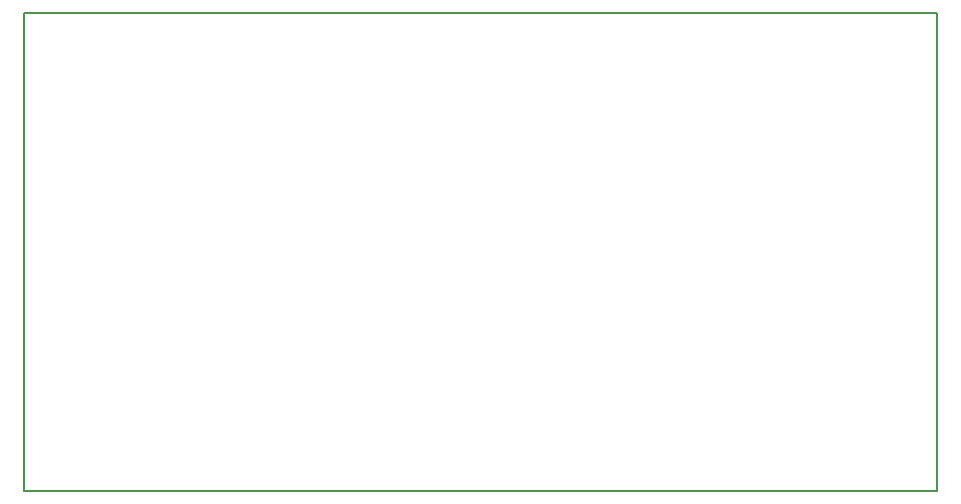
<source format=gbr>
%TF.GenerationSoftware,Altium Limited,Altium Designer,21.0.9 (235)*%
G04 Layer_Color=16711935*
%FSLAX45Y45*%
%MOMM*%
%TF.SameCoordinates,ED2B7B90-DC9C-465B-8049-FED9E851BE10*%
%TF.FilePolarity,Positive*%
%TF.FileFunction,Keep-out,Top*%
%TF.Part,Single*%
G01*
G75*
%TA.AperFunction,NonConductor*%
%ADD48C,0.12700*%
D48*
X0Y4051300D02*
X7734300D01*
X0Y0D02*
Y4051300D01*
X7734300D02*
X7734300Y0D01*
X0D02*
X7734300D01*
%TF.MD5,fe02de880f834c4951af844029c2a06d*%
M02*

</source>
